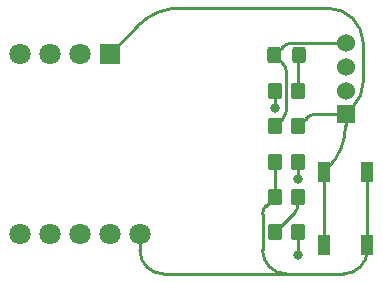
<source format=gbr>
G04 #@! TF.GenerationSoftware,KiCad,Pcbnew,7.0.8*
G04 #@! TF.CreationDate,2023-11-15T13:01:11+05:30*
G04 #@! TF.ProjectId,m5-atom-carrier-board,6d352d61-746f-46d2-9d63-617272696572,1*
G04 #@! TF.SameCoordinates,Original*
G04 #@! TF.FileFunction,Copper,L1,Top*
G04 #@! TF.FilePolarity,Positive*
%FSLAX46Y46*%
G04 Gerber Fmt 4.6, Leading zero omitted, Abs format (unit mm)*
G04 Created by KiCad (PCBNEW 7.0.8) date 2023-11-15 13:01:11*
%MOMM*%
%LPD*%
G01*
G04 APERTURE LIST*
G04 Aperture macros list*
%AMRoundRect*
0 Rectangle with rounded corners*
0 $1 Rounding radius*
0 $2 $3 $4 $5 $6 $7 $8 $9 X,Y pos of 4 corners*
0 Add a 4 corners polygon primitive as box body*
4,1,4,$2,$3,$4,$5,$6,$7,$8,$9,$2,$3,0*
0 Add four circle primitives for the rounded corners*
1,1,$1+$1,$2,$3*
1,1,$1+$1,$4,$5*
1,1,$1+$1,$6,$7*
1,1,$1+$1,$8,$9*
0 Add four rect primitives between the rounded corners*
20,1,$1+$1,$2,$3,$4,$5,0*
20,1,$1+$1,$4,$5,$6,$7,0*
20,1,$1+$1,$6,$7,$8,$9,0*
20,1,$1+$1,$8,$9,$2,$3,0*%
G04 Aperture macros list end*
G04 #@! TA.AperFunction,SMDPad,CuDef*
%ADD10RoundRect,0.250000X-0.350000X-0.450000X0.350000X-0.450000X0.350000X0.450000X-0.350000X0.450000X0*%
G04 #@! TD*
G04 #@! TA.AperFunction,SMDPad,CuDef*
%ADD11RoundRect,0.250000X-0.325000X-0.450000X0.325000X-0.450000X0.325000X0.450000X-0.325000X0.450000X0*%
G04 #@! TD*
G04 #@! TA.AperFunction,SMDPad,CuDef*
%ADD12RoundRect,0.250000X0.350000X0.450000X-0.350000X0.450000X-0.350000X-0.450000X0.350000X-0.450000X0*%
G04 #@! TD*
G04 #@! TA.AperFunction,ComponentPad*
%ADD13R,1.800000X1.800000*%
G04 #@! TD*
G04 #@! TA.AperFunction,ComponentPad*
%ADD14C,1.800000*%
G04 #@! TD*
G04 #@! TA.AperFunction,ComponentPad*
%ADD15R,1.524000X1.524000*%
G04 #@! TD*
G04 #@! TA.AperFunction,ComponentPad*
%ADD16C,1.524000*%
G04 #@! TD*
G04 #@! TA.AperFunction,SMDPad,CuDef*
%ADD17R,1.100000X1.800000*%
G04 #@! TD*
G04 #@! TA.AperFunction,ViaPad*
%ADD18C,0.800000*%
G04 #@! TD*
G04 #@! TA.AperFunction,Conductor*
%ADD19C,0.250000*%
G04 #@! TD*
G04 #@! TA.AperFunction,Conductor*
%ADD20C,0.152400*%
G04 #@! TD*
G04 APERTURE END LIST*
D10*
X109000000Y-64000000D03*
X111000000Y-64000000D03*
D11*
X108975000Y-55000000D03*
X111025000Y-55000000D03*
D12*
X111000000Y-70000000D03*
X109000000Y-70000000D03*
X111000000Y-61000000D03*
X109000000Y-61000000D03*
D13*
X95040000Y-54880000D03*
D14*
X92500000Y-54880000D03*
X89960000Y-54880000D03*
X87420000Y-54880000D03*
X87420000Y-70120000D03*
X89960000Y-70120000D03*
X92500000Y-70120000D03*
X95040000Y-70120000D03*
X97580000Y-70120000D03*
D15*
X115000000Y-60000000D03*
D16*
X115000000Y-58000000D03*
X115000000Y-56000000D03*
X115000000Y-54000000D03*
D10*
X109000000Y-58000000D03*
X111000000Y-58000000D03*
D12*
X111000000Y-67000000D03*
X109000000Y-67000000D03*
D17*
X113150000Y-71100000D03*
X113150000Y-64900000D03*
X116850000Y-71100000D03*
X116850000Y-64900000D03*
D18*
X111000000Y-71900000D03*
X109000000Y-59500000D03*
X111000000Y-65500000D03*
D19*
X110389214Y-54000000D02*
X115000000Y-54000000D01*
D20*
X109000000Y-55000000D02*
X108975000Y-55000000D01*
D19*
X109707107Y-55707107D02*
X109000000Y-55000000D01*
X108975000Y-55000000D02*
X109682107Y-54292893D01*
X111000000Y-70000000D02*
X111000000Y-71900000D01*
X109000000Y-61000000D02*
X109707107Y-60292893D01*
X110000000Y-59585786D02*
X110000000Y-56414214D01*
X109999990Y-56414214D02*
G75*
G03*
X109707107Y-55707107I-999990J14D01*
G01*
X110389214Y-54000010D02*
G75*
G03*
X109682107Y-54292893I-14J-999990D01*
G01*
X109707114Y-60292900D02*
G75*
G03*
X110000000Y-59585786I-707114J707100D01*
G01*
D20*
X111000000Y-55025000D02*
X111025000Y-55000000D01*
D19*
X111000000Y-58000000D02*
X111000000Y-55025000D01*
X113535534Y-64514466D02*
X113150000Y-64900000D01*
X116500000Y-57257359D02*
X116500000Y-54000000D01*
X115000000Y-60000000D02*
X115621321Y-59378679D01*
X115000000Y-60000000D02*
X112414214Y-60000000D01*
X97455534Y-52464466D02*
X95040000Y-54880000D01*
X113150000Y-71100000D02*
X113150000Y-64900000D01*
X113500000Y-51000000D02*
X100991068Y-51000000D01*
X111707107Y-60292893D02*
X111000000Y-61000000D01*
X115000000Y-60000000D02*
X115000000Y-60978932D01*
X116500000Y-54000000D02*
G75*
G03*
X113500000Y-51000000I-3000000J0D01*
G01*
X115621341Y-59378699D02*
G75*
G03*
X116500000Y-57257359I-2121341J2121299D01*
G01*
X100991068Y-50999978D02*
G75*
G03*
X97455535Y-52464467I32J-5000022D01*
G01*
X113535518Y-64514450D02*
G75*
G03*
X115000000Y-60978932I-3535518J3535550D01*
G01*
X112414214Y-60000010D02*
G75*
G03*
X111707107Y-60292893I-14J-999990D01*
G01*
X109000000Y-58000000D02*
X109000000Y-59500000D01*
X111000000Y-64000000D02*
X111000000Y-65500000D01*
X107975000Y-71500000D02*
X107975000Y-68439214D01*
X112378932Y-73500000D02*
X109975000Y-73500000D01*
X109000000Y-64000000D02*
X109000000Y-67000000D01*
X116850000Y-71100000D02*
X116850000Y-64900000D01*
X97580000Y-71500000D02*
X97580000Y-70120000D01*
X112378932Y-73500000D02*
X114850000Y-73500000D01*
X116850000Y-71100000D02*
X116850000Y-71500000D01*
X99580000Y-73500000D02*
X111000000Y-73500000D01*
X108267893Y-67732107D02*
X109000000Y-67000000D01*
X114850000Y-73500000D02*
G75*
G03*
X116850000Y-71500000I0J2000000D01*
G01*
X107975000Y-71500000D02*
G75*
G03*
X109975000Y-73500000I2000000J0D01*
G01*
X108267866Y-67732080D02*
G75*
G03*
X107975000Y-68439214I707234J-707120D01*
G01*
X97580000Y-71500000D02*
G75*
G03*
X99580000Y-73500000I2000000J0D01*
G01*
X109000000Y-70000000D02*
X110707107Y-68292893D01*
X111000000Y-67585786D02*
X111000000Y-67000000D01*
X110707114Y-68292900D02*
G75*
G03*
X111000000Y-67585786I-707114J707100D01*
G01*
M02*

</source>
